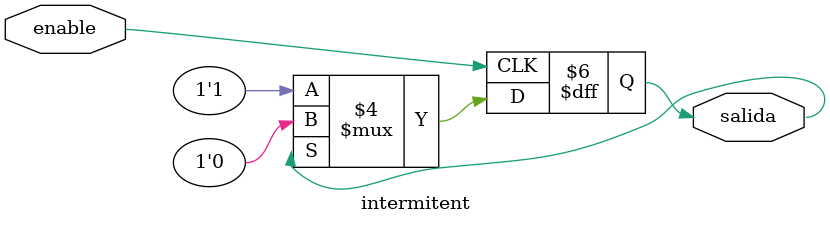
<source format=v>
`timescale 1ns / 1ps

module intermitent (enable, salida);
input enable;
output reg salida;
always @ (posedge enable) begin
  if (salida==1)
    salida <=0;
  else
    salida <= 1;
end
endmodule

</source>
